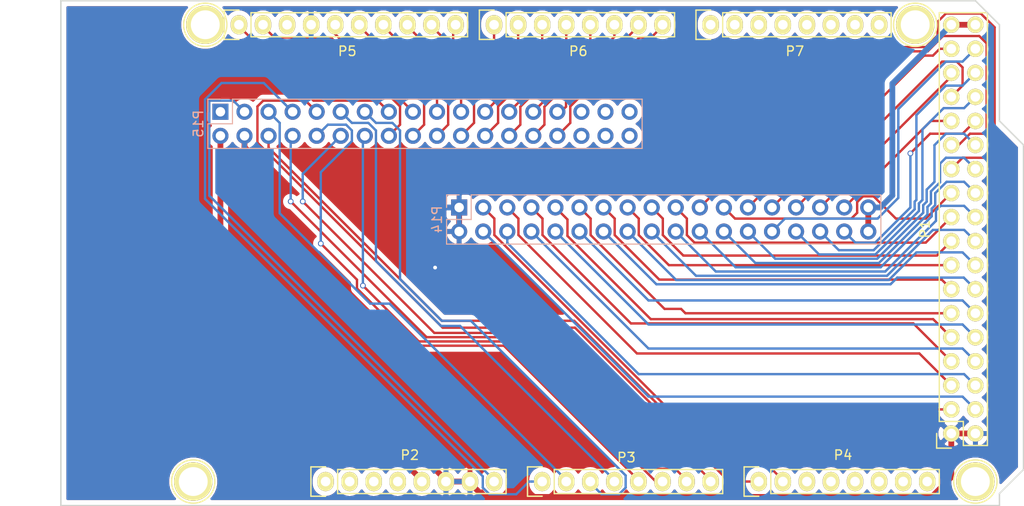
<source format=kicad_pcb>
(kicad_pcb (version 20171130) (host pcbnew "(5.1.4)-1")
  (title_block (date "mar. 31 mars 2015"))
  (layers (0 F.Cu signal) (31 B.Cu signal) (34 B.Paste user) (35 F.Paste user) (36 B.SilkS user) (37 F.SilkS user) (38 B.Mask user) (39 F.Mask user) (44 Edge.Cuts user))
  (net 0 "")
  (net 1 GND)
  (net 2 "/52(SCK)")
  (net 3 "/53(SS)")
  (net 4 "/50(MISO)")
  (net 5 "/51(MOSI)")
  (net 6 /48)
  (net 7 /49)
  (net 8 /46)
  (net 9 /47)
  (net 10 /44)
  (net 11 /45)
  (net 12 /42)
  (net 13 /43)
  (net 14 /40)
  (net 15 /41)
  (net 16 /38)
  (net 17 /39)
  (net 18 /36)
  (net 19 /37)
  (net 20 /34)
  (net 21 /35)
  (net 22 /32)
  (net 23 /33)
  (net 24 /30)
  (net 25 /31)
  (net 26 /28)
  (net 27 /29)
  (net 28 /26)
  (net 29 /27)
  (net 30 /24)
  (net 31 /25)
  (net 32 /22)
  (net 33 /23)
  (net 34 +5V)
  (net 35 /Vin)
  (net 36 /A0)
  (net 37 /A1)
  (net 38 /A2)
  (net 39 /A3)
  (net 40 /A4)
  (net 41 /A5)
  (net 42 /A6)
  (net 43 /A7)
  (net 44 /A8)
  (net 45 /A9)
  (net 46 /SCL)
  (net 47 /SDA)
  (net 48 "/13(**)")
  (net 49 "/12(**)")
  (net 50 "/11(**)")
  (net 51 "/10(**)")
  (net 52 "/9(**)")
  (net 53 "/8(**)")
  (net 54 "/7(**)")
  (net 55 "/6(**)")
  (net 56 "/5(**)")
  (net 57 "/4(**)")
  (net 58 "/3(**)")
  (net 59 "/2(**)")
  (net 60 "Net-(P8-Pad1)")
  (net 61 "Net-(P10-Pad1)")
  (net 62 "Net-(P11-Pad1)")
  (net 63 "Net-(P13-Pad1)")
  (net 64 "Net-(P2-Pad1)")
  (net 65 "/1(Tx0)")
  (net 66 "/0(Rx0)")
  (net 67 "Net-(P2-Pad2)")
  (net 68 "Net-(P2-Pad3)")
  (net 69 "Net-(P2-Pad4)")
  (net 70 "Net-(P4-Pad3)")
  (net 71 "Net-(P4-Pad4)")
  (net 72 "Net-(P4-Pad5)")
  (net 73 "Net-(P4-Pad6)")
  (net 74 "Net-(P4-Pad7)")
  (net 75 "Net-(P4-Pad8)")
  (net 76 "Net-(P5-Pad3)")
  (net 77 "Net-(P7-Pad1)")
  (net 78 "Net-(P7-Pad2)")
  (net 79 "Net-(P7-Pad3)")
  (net 80 "Net-(P7-Pad4)")
  (net 81 "Net-(P7-Pad5)")
  (net 82 "Net-(P7-Pad6)")
  (net 83 "Net-(P7-Pad7)")
  (net 84 "Net-(P7-Pad8)")
  (net 85 "Net-(P15-Pad36)")
  (net 86 "Net-(P15-Pad35)")
  (net 87 "Net-(P15-Pad34)")
  (net 88 "Net-(P15-Pad33)")
  (net 89 "Net-(P15-Pad32)")
  (net 90 "Net-(P15-Pad31)")
  (net 91 "Net-(P15-Pad1)")
  (module Socket_Arduino_Mega:Socket_Strip_Arduino_2x18 (layer F.Cu) (at 197.358 114.046 90)
    (fp_text reference P1 (at 21.59 -2.794 90) (layer F.SilkS))
    (fp_text value Digital)
    (pad 1 thru_hole circle (at 0 0 90) (size 1.7272 1.7272) (drill 1.016) (layers *.Cu *.Mask F.SilkS) (net 1 GND))
    (pad 2 thru_hole oval (at 0 2.54 90) (size 1.7272 1.7272) (drill 1.016) (layers *.Cu *.Mask F.SilkS) (net 1 GND))
    (pad 3 thru_hole oval (at 2.54 0 90) (size 1.7272 1.7272) (drill 1.016) (layers *.Cu *.Mask F.SilkS) (net 2 "/52(SCK)"))
    (pad 4 thru_hole oval (at 2.54 2.54 90) (size 1.7272 1.7272) (drill 1.016) (layers *.Cu *.Mask F.SilkS) (net 3 "/53(SS)"))
    (pad 5 thru_hole oval (at 5.08 0 90) (size 1.7272 1.7272) (drill 1.016) (layers *.Cu *.Mask F.SilkS) (net 4 "/50(MISO)"))
    (pad 6 thru_hole oval (at 5.08 2.54 90) (size 1.7272 1.7272) (drill 1.016) (layers *.Cu *.Mask F.SilkS) (net 5 "/51(MOSI)"))
    (pad 7 thru_hole oval (at 7.62 0 90) (size 1.7272 1.7272) (drill 1.016) (layers *.Cu *.Mask F.SilkS) (net 6 /48))
    (pad 8 thru_hole oval (at 7.62 2.54 90) (size 1.7272 1.7272) (drill 1.016) (layers *.Cu *.Mask F.SilkS) (net 7 /49))
    (pad 9 thru_hole oval (at 10.16 0 90) (size 1.7272 1.7272) (drill 1.016) (layers *.Cu *.Mask F.SilkS) (net 8 /46))
    (pad 10 thru_hole oval (at 10.16 2.54 90) (size 1.7272 1.7272) (drill 1.016) (layers *.Cu *.Mask F.SilkS) (net 9 /47))
    (pad 11 thru_hole oval (at 12.7 0 90) (size 1.7272 1.7272) (drill 1.016) (layers *.Cu *.Mask F.SilkS) (net 10 /44))
    (pad 12 thru_hole oval (at 12.7 2.54 90) (size 1.7272 1.7272) (drill 1.016) (layers *.Cu *.Mask F.SilkS) (net 11 /45))
    (pad 13 thru_hole oval (at 15.24 0 90) (size 1.7272 1.7272) (drill 1.016) (layers *.Cu *.Mask F.SilkS) (net 12 /42))
    (pad 14 thru_hole oval (at 15.24 2.54 90) (size 1.7272 1.7272) (drill 1.016) (layers *.Cu *.Mask F.SilkS) (net 13 /43))
    (pad 15 thru_hole oval (at 17.78 0 90) (size 1.7272 1.7272) (drill 1.016) (layers *.Cu *.Mask F.SilkS) (net 14 /40))
    (pad 16 thru_hole oval (at 17.78 2.54 90) (size 1.7272 1.7272) (drill 1.016) (layers *.Cu *.Mask F.SilkS) (net 15 /41))
    (pad 17 thru_hole oval (at 20.32 0 90) (size 1.7272 1.7272) (drill 1.016) (layers *.Cu *.Mask F.SilkS) (net 16 /38))
    (pad 18 thru_hole oval (at 20.32 2.54 90) (size 1.7272 1.7272) (drill 1.016) (layers *.Cu *.Mask F.SilkS) (net 17 /39))
    (pad 19 thru_hole oval (at 22.86 0 90) (size 1.7272 1.7272) (drill 1.016) (layers *.Cu *.Mask F.SilkS) (net 18 /36))
    (pad 20 thru_hole oval (at 22.86 2.54 90) (size 1.7272 1.7272) (drill 1.016) (layers *.Cu *.Mask F.SilkS) (net 19 /37))
    (pad 21 thru_hole oval (at 25.4 0 90) (size 1.7272 1.7272) (drill 1.016) (layers *.Cu *.Mask F.SilkS) (net 20 /34))
    (pad 22 thru_hole oval (at 25.4 2.54 90) (size 1.7272 1.7272) (drill 1.016) (layers *.Cu *.Mask F.SilkS) (net 21 /35))
    (pad 23 thru_hole oval (at 27.94 0 90) (size 1.7272 1.7272) (drill 1.016) (layers *.Cu *.Mask F.SilkS) (net 22 /32))
    (pad 24 thru_hole oval (at 27.94 2.54 90) (size 1.7272 1.7272) (drill 1.016) (layers *.Cu *.Mask F.SilkS) (net 23 /33))
    (pad 25 thru_hole oval (at 30.48 0 90) (size 1.7272 1.7272) (drill 1.016) (layers *.Cu *.Mask F.SilkS) (net 24 /30))
    (pad 26 thru_hole oval (at 30.48 2.54 90) (size 1.7272 1.7272) (drill 1.016) (layers *.Cu *.Mask F.SilkS) (net 25 /31))
    (pad 27 thru_hole oval (at 33.02 0 90) (size 1.7272 1.7272) (drill 1.016) (layers *.Cu *.Mask F.SilkS) (net 26 /28))
    (pad 28 thru_hole oval (at 33.02 2.54 90) (size 1.7272 1.7272) (drill 1.016) (layers *.Cu *.Mask F.SilkS) (net 27 /29))
    (pad 29 thru_hole oval (at 35.56 0 90) (size 1.7272 1.7272) (drill 1.016) (layers *.Cu *.Mask F.SilkS) (net 28 /26))
    (pad 30 thru_hole oval (at 35.56 2.54 90) (size 1.7272 1.7272) (drill 1.016) (layers *.Cu *.Mask F.SilkS) (net 29 /27))
    (pad 31 thru_hole oval (at 38.1 0 90) (size 1.7272 1.7272) (drill 1.016) (layers *.Cu *.Mask F.SilkS) (net 30 /24))
    (pad 32 thru_hole oval (at 38.1 2.54 90) (size 1.7272 1.7272) (drill 1.016) (layers *.Cu *.Mask F.SilkS) (net 31 /25))
    (pad 33 thru_hole oval (at 40.64 0 90) (size 1.7272 1.7272) (drill 1.016) (layers *.Cu *.Mask F.SilkS) (net 32 /22))
    (pad 34 thru_hole oval (at 40.64 2.54 90) (size 1.7272 1.7272) (drill 1.016) (layers *.Cu *.Mask F.SilkS) (net 33 /23))
    (pad 35 thru_hole oval (at 43.18 0 90) (size 1.7272 1.7272) (drill 1.016) (layers *.Cu *.Mask F.SilkS) (net 34 +5V))
    (pad 36 thru_hole oval (at 43.18 2.54 90) (size 1.7272 1.7272) (drill 1.016) (layers *.Cu *.Mask F.SilkS) (net 34 +5V))
  )
  (module Socket_Arduino_Mega:Socket_Strip_Arduino_1x08 (layer F.Cu) (at 131.318 119.126)
    (fp_text reference P2 (at 8.89 -2.794) (layer F.SilkS))
    (fp_text value Power)
    (pad 1 thru_hole oval (at 0 0) (size 1.7272 2.032) (drill 1.016) (layers *.Cu *.Mask F.SilkS) (net 64 "Net-(P2-Pad1)"))
    (pad 2 thru_hole oval (at 2.54 0) (size 1.7272 2.032) (drill 1.016) (layers *.Cu *.Mask F.SilkS) (net 67 "Net-(P2-Pad2)"))
    (pad 3 thru_hole oval (at 5.08 0) (size 1.7272 2.032) (drill 1.016) (layers *.Cu *.Mask F.SilkS) (net 68 "Net-(P2-Pad3)"))
    (pad 4 thru_hole oval (at 7.62 0) (size 1.7272 2.032) (drill 1.016) (layers *.Cu *.Mask F.SilkS) (net 69 "Net-(P2-Pad4)"))
    (pad 5 thru_hole oval (at 10.16 0) (size 1.7272 2.032) (drill 1.016) (layers *.Cu *.Mask F.SilkS) (net 34 +5V))
    (pad 6 thru_hole oval (at 12.7 0) (size 1.7272 2.032) (drill 1.016) (layers *.Cu *.Mask F.SilkS) (net 1 GND))
    (pad 7 thru_hole oval (at 15.24 0) (size 1.7272 2.032) (drill 1.016) (layers *.Cu *.Mask F.SilkS) (net 1 GND))
    (pad 8 thru_hole oval (at 17.78 0) (size 1.7272 2.032) (drill 1.016) (layers *.Cu *.Mask F.SilkS) (net 35 /Vin))
  )
  (module Socket_Arduino_Mega:Socket_Strip_Arduino_1x08 (layer F.Cu) (at 154.178 119.126)
    (fp_text reference P3 (at 8.89 -2.54) (layer F.SilkS))
    (fp_text value Analog)
    (pad 1 thru_hole oval (at 0 0) (size 1.7272 2.032) (drill 1.016) (layers *.Cu *.Mask F.SilkS) (net 36 /A0))
    (pad 2 thru_hole oval (at 2.54 0) (size 1.7272 2.032) (drill 1.016) (layers *.Cu *.Mask F.SilkS) (net 37 /A1))
    (pad 3 thru_hole oval (at 5.08 0) (size 1.7272 2.032) (drill 1.016) (layers *.Cu *.Mask F.SilkS) (net 38 /A2))
    (pad 4 thru_hole oval (at 7.62 0) (size 1.7272 2.032) (drill 1.016) (layers *.Cu *.Mask F.SilkS) (net 39 /A3))
    (pad 5 thru_hole oval (at 10.16 0) (size 1.7272 2.032) (drill 1.016) (layers *.Cu *.Mask F.SilkS) (net 40 /A4))
    (pad 6 thru_hole oval (at 12.7 0) (size 1.7272 2.032) (drill 1.016) (layers *.Cu *.Mask F.SilkS) (net 41 /A5))
    (pad 7 thru_hole oval (at 15.24 0) (size 1.7272 2.032) (drill 1.016) (layers *.Cu *.Mask F.SilkS) (net 42 /A6))
    (pad 8 thru_hole oval (at 17.78 0) (size 1.7272 2.032) (drill 1.016) (layers *.Cu *.Mask F.SilkS) (net 43 /A7))
  )
  (module Socket_Arduino_Mega:Socket_Strip_Arduino_1x08 (layer F.Cu) (at 177.038 119.126)
    (fp_text reference P4 (at 8.89 -2.794) (layer F.SilkS))
    (fp_text value Analog)
    (pad 1 thru_hole oval (at 0 0) (size 1.7272 2.032) (drill 1.016) (layers *.Cu *.Mask F.SilkS) (net 44 /A8))
    (pad 2 thru_hole oval (at 2.54 0) (size 1.7272 2.032) (drill 1.016) (layers *.Cu *.Mask F.SilkS) (net 45 /A9))
    (pad 3 thru_hole oval (at 5.08 0) (size 1.7272 2.032) (drill 1.016) (layers *.Cu *.Mask F.SilkS) (net 70 "Net-(P4-Pad3)"))
    (pad 4 thru_hole oval (at 7.62 0) (size 1.7272 2.032) (drill 1.016) (layers *.Cu *.Mask F.SilkS) (net 71 "Net-(P4-Pad4)"))
    (pad 5 thru_hole oval (at 10.16 0) (size 1.7272 2.032) (drill 1.016) (layers *.Cu *.Mask F.SilkS) (net 72 "Net-(P4-Pad5)"))
    (pad 6 thru_hole oval (at 12.7 0) (size 1.7272 2.032) (drill 1.016) (layers *.Cu *.Mask F.SilkS) (net 73 "Net-(P4-Pad6)"))
    (pad 7 thru_hole oval (at 15.24 0) (size 1.7272 2.032) (drill 1.016) (layers *.Cu *.Mask F.SilkS) (net 74 "Net-(P4-Pad7)"))
    (pad 8 thru_hole oval (at 17.78 0) (size 1.7272 2.032) (drill 1.016) (layers *.Cu *.Mask F.SilkS) (net 75 "Net-(P4-Pad8)"))
  )
  (module Socket_Arduino_Mega:Socket_Strip_Arduino_1x10 (layer F.Cu) (at 122.174 70.866)
    (fp_text reference P5 (at 11.43 2.794) (layer F.SilkS))
    (fp_text value PWM)
    (pad 1 thru_hole oval (at 0 0) (size 1.7272 2.032) (drill 1.016) (layers *.Cu *.Mask F.SilkS) (net 46 /SCL))
    (pad 2 thru_hole oval (at 2.54 0) (size 1.7272 2.032) (drill 1.016) (layers *.Cu *.Mask F.SilkS) (net 47 /SDA))
    (pad 3 thru_hole oval (at 5.08 0) (size 1.7272 2.032) (drill 1.016) (layers *.Cu *.Mask F.SilkS) (net 76 "Net-(P5-Pad3)"))
    (pad 4 thru_hole oval (at 7.62 0) (size 1.7272 2.032) (drill 1.016) (layers *.Cu *.Mask F.SilkS) (net 1 GND))
    (pad 5 thru_hole oval (at 10.16 0) (size 1.7272 2.032) (drill 1.016) (layers *.Cu *.Mask F.SilkS) (net 48 "/13(**)"))
    (pad 6 thru_hole oval (at 12.7 0) (size 1.7272 2.032) (drill 1.016) (layers *.Cu *.Mask F.SilkS) (net 49 "/12(**)"))
    (pad 7 thru_hole oval (at 15.24 0) (size 1.7272 2.032) (drill 1.016) (layers *.Cu *.Mask F.SilkS) (net 50 "/11(**)"))
    (pad 8 thru_hole oval (at 17.78 0) (size 1.7272 2.032) (drill 1.016) (layers *.Cu *.Mask F.SilkS) (net 51 "/10(**)"))
    (pad 9 thru_hole oval (at 20.32 0) (size 1.7272 2.032) (drill 1.016) (layers *.Cu *.Mask F.SilkS) (net 52 "/9(**)"))
    (pad 10 thru_hole oval (at 22.86 0) (size 1.7272 2.032) (drill 1.016) (layers *.Cu *.Mask F.SilkS) (net 53 "/8(**)"))
  )
  (module Socket_Arduino_Mega:Socket_Strip_Arduino_1x08 (layer F.Cu) (at 149.098 70.866)
    (fp_text reference P6 (at 8.89 2.794) (layer F.SilkS))
    (fp_text value PWM)
    (pad 1 thru_hole oval (at 0 0) (size 1.7272 2.032) (drill 1.016) (layers *.Cu *.Mask F.SilkS) (net 54 "/7(**)"))
    (pad 2 thru_hole oval (at 2.54 0) (size 1.7272 2.032) (drill 1.016) (layers *.Cu *.Mask F.SilkS) (net 55 "/6(**)"))
    (pad 3 thru_hole oval (at 5.08 0) (size 1.7272 2.032) (drill 1.016) (layers *.Cu *.Mask F.SilkS) (net 56 "/5(**)"))
    (pad 4 thru_hole oval (at 7.62 0) (size 1.7272 2.032) (drill 1.016) (layers *.Cu *.Mask F.SilkS) (net 57 "/4(**)"))
    (pad 5 thru_hole oval (at 10.16 0) (size 1.7272 2.032) (drill 1.016) (layers *.Cu *.Mask F.SilkS) (net 58 "/3(**)"))
    (pad 6 thru_hole oval (at 12.7 0) (size 1.7272 2.032) (drill 1.016) (layers *.Cu *.Mask F.SilkS) (net 59 "/2(**)"))
    (pad 7 thru_hole oval (at 15.24 0) (size 1.7272 2.032) (drill 1.016) (layers *.Cu *.Mask F.SilkS) (net 65 "/1(Tx0)"))
    (pad 8 thru_hole oval (at 17.78 0) (size 1.7272 2.032) (drill 1.016) (layers *.Cu *.Mask F.SilkS) (net 66 "/0(Rx0)"))
  )
  (module Socket_Arduino_Mega:Socket_Strip_Arduino_1x08 (layer F.Cu) (at 171.958 70.866)
    (fp_text reference P7 (at 8.89 2.794) (layer F.SilkS))
    (fp_text value Communication)
    (pad 1 thru_hole oval (at 0 0) (size 1.7272 2.032) (drill 1.016) (layers *.Cu *.Mask F.SilkS) (net 77 "Net-(P7-Pad1)"))
    (pad 2 thru_hole oval (at 2.54 0) (size 1.7272 2.032) (drill 1.016) (layers *.Cu *.Mask F.SilkS) (net 78 "Net-(P7-Pad2)"))
    (pad 3 thru_hole oval (at 5.08 0) (size 1.7272 2.032) (drill 1.016) (layers *.Cu *.Mask F.SilkS) (net 79 "Net-(P7-Pad3)"))
    (pad 4 thru_hole oval (at 7.62 0) (size 1.7272 2.032) (drill 1.016) (layers *.Cu *.Mask F.SilkS) (net 80 "Net-(P7-Pad4)"))
    (pad 5 thru_hole oval (at 10.16 0) (size 1.7272 2.032) (drill 1.016) (layers *.Cu *.Mask F.SilkS) (net 81 "Net-(P7-Pad5)"))
    (pad 6 thru_hole oval (at 12.7 0) (size 1.7272 2.032) (drill 1.016) (layers *.Cu *.Mask F.SilkS) (net 82 "Net-(P7-Pad6)"))
    (pad 7 thru_hole oval (at 15.24 0) (size 1.7272 2.032) (drill 1.016) (layers *.Cu *.Mask F.SilkS) (net 83 "Net-(P7-Pad7)"))
    (pad 8 thru_hole oval (at 17.78 0) (size 1.7272 2.032) (drill 1.016) (layers *.Cu *.Mask F.SilkS) (net 84 "Net-(P7-Pad8)"))
  )
  (module Socket_Arduino_Mega:Arduino_1pin (layer F.Cu) (at 117.348 119.126)
    (fp_text reference P8 hide)
    (fp_text value CONN_01X01 hide)
    (pad 1 thru_hole circle (at 0 0) (size 4.064 4.064) (drill 3.048) (layers *.Cu *.Mask F.SilkS) (net 60 "Net-(P8-Pad1)"))
  )
  (module Socket_Arduino_Mega:Arduino_1pin (layer F.Cu) (at 199.898 119.126)
    (fp_text reference P10 hide)
    (fp_text value CONN_01X01 hide)
    (pad 1 thru_hole circle (at 0 0) (size 4.064 4.064) (drill 3.048) (layers *.Cu *.Mask F.SilkS) (net 61 "Net-(P10-Pad1)"))
  )
  (module Socket_Arduino_Mega:Arduino_1pin (layer F.Cu) (at 118.618 70.866)
    (fp_text reference P11 hide)
    (fp_text value CONN_01X01 hide)
    (pad 1 thru_hole circle (at 0 0) (size 4.064 4.064) (drill 3.048) (layers *.Cu *.Mask F.SilkS) (net 62 "Net-(P11-Pad1)"))
  )
  (module Socket_Arduino_Mega:Arduino_1pin (layer F.Cu) (at 193.548 70.866)
    (fp_text reference P13 hide)
    (fp_text value CONN_01X01 hide)
    (pad 1 thru_hole circle (at 0 0) (size 4.064 4.064) (drill 3.048) (layers *.Cu *.Mask F.SilkS) (net 63 "Net-(P13-Pad1)"))
  )
  (module Connector_PinHeader_2.54mm:PinHeader_2x18_P2.54mm_Vertical (layer B.Cu) (at 145.415 90.17 270)
    (fp_text reference P14 (at 1.27 2.33 270) (layer B.SilkS) (effects (justify mirror)))
    (fp_text value "MEGA CONN 2")
    (pad 1 thru_hole rect (at 0 0 270) (size 1.7 1.7) (drill 1) (layers *.Cu *.Mask) (net 1 GND))
    (pad 2 thru_hole oval (at 2.54 0 270) (size 1.7 1.7) (drill 1) (layers *.Cu *.Mask) (net 1 GND))
    (pad 3 thru_hole oval (at 0 -2.54 270) (size 1.7 1.7) (drill 1) (layers *.Cu *.Mask) (net 2 "/52(SCK)"))
    (pad 4 thru_hole oval (at 2.54 -2.54 270) (size 1.7 1.7) (drill 1) (layers *.Cu *.Mask) (net 3 "/53(SS)"))
    (pad 5 thru_hole oval (at 0 -5.08 270) (size 1.7 1.7) (drill 1) (layers *.Cu *.Mask) (net 4 "/50(MISO)"))
    (pad 6 thru_hole oval (at 2.54 -5.08 270) (size 1.7 1.7) (drill 1) (layers *.Cu *.Mask) (net 5 "/51(MOSI)"))
    (pad 7 thru_hole oval (at 0 -7.62 270) (size 1.7 1.7) (drill 1) (layers *.Cu *.Mask) (net 6 /48))
    (pad 8 thru_hole oval (at 2.54 -7.62 270) (size 1.7 1.7) (drill 1) (layers *.Cu *.Mask) (net 7 /49))
    (pad 9 thru_hole oval (at 0 -10.16 270) (size 1.7 1.7) (drill 1) (layers *.Cu *.Mask) (net 8 /46))
    (pad 10 thru_hole oval (at 2.54 -10.16 270) (size 1.7 1.7) (drill 1) (layers *.Cu *.Mask) (net 9 /47))
    (pad 11 thru_hole oval (at 0 -12.7 270) (size 1.7 1.7) (drill 1) (layers *.Cu *.Mask) (net 10 /44))
    (pad 12 thru_hole oval (at 2.54 -12.7 270) (size 1.7 1.7) (drill 1) (layers *.Cu *.Mask) (net 11 /45))
    (pad 13 thru_hole oval (at 0 -15.24 270) (size 1.7 1.7) (drill 1) (layers *.Cu *.Mask) (net 12 /42))
    (pad 14 thru_hole oval (at 2.54 -15.24 270) (size 1.7 1.7) (drill 1) (layers *.Cu *.Mask) (net 13 /43))
    (pad 15 thru_hole oval (at 0 -17.78 270) (size 1.7 1.7) (drill 1) (layers *.Cu *.Mask) (net 14 /40))
    (pad 16 thru_hole oval (at 2.54 -17.78 270) (size 1.7 1.7) (drill 1) (layers *.Cu *.Mask) (net 15 /41))
    (pad 17 thru_hole oval (at 0 -20.32 270) (size 1.7 1.7) (drill 1) (layers *.Cu *.Mask) (net 16 /38))
    (pad 18 thru_hole oval (at 2.54 -20.32 270) (size 1.7 1.7) (drill 1) (layers *.Cu *.Mask) (net 17 /39))
    (pad 19 thru_hole oval (at 0 -22.86 270) (size 1.7 1.7) (drill 1) (layers *.Cu *.Mask) (net 18 /36))
    (pad 20 thru_hole oval (at 2.54 -22.86 270) (size 1.7 1.7) (drill 1) (layers *.Cu *.Mask) (net 19 /37))
    (pad 21 thru_hole oval (at 0 -25.4 270) (size 1.7 1.7) (drill 1) (layers *.Cu *.Mask) (net 22 /32))
    (pad 22 thru_hole oval (at 2.54 -25.4 270) (size 1.7 1.7) (drill 1) (layers *.Cu *.Mask) (net 21 /35))
    (pad 23 thru_hole oval (at 0 -27.94 270) (size 1.7 1.7) (drill 1) (layers *.Cu *.Mask) (net 20 /34))
    (pad 24 thru_hole oval (at 2.54 -27.94 270) (size 1.7 1.7) (drill 1) (layers *.Cu *.Mask) (net 23 /33))
    (pad 25 thru_hole oval (at 0 -30.48 270) (size 1.7 1.7) (drill 1) (layers *.Cu *.Mask) (net 24 /30))
    (pad 26 thru_hole oval (at 2.54 -30.48 270) (size 1.7 1.7) (drill 1) (layers *.Cu *.Mask) (net 25 /31))
    (pad 27 thru_hole oval (at 0 -33.02 270) (size 1.7 1.7) (drill 1) (layers *.Cu *.Mask) (net 32 /22))
    (pad 28 thru_hole oval (at 2.54 -33.02 270) (size 1.7 1.7) (drill 1) (layers *.Cu *.Mask) (net 33 /23))
    (pad 29 thru_hole oval (at 0 -35.56 270) (size 1.7 1.7) (drill 1) (layers *.Cu *.Mask) (net 28 /26))
    (pad 30 thru_hole oval (at 2.54 -35.56 270) (size 1.7 1.7) (drill 1) (layers *.Cu *.Mask) (net 29 /27))
    (pad 31 thru_hole oval (at 0 -38.1 270) (size 1.7 1.7) (drill 1) (layers *.Cu *.Mask) (net 30 /24))
    (pad 32 thru_hole oval (at 2.54 -38.1 270) (size 1.7 1.7) (drill 1) (layers *.Cu *.Mask) (net 31 /25))
    (pad 33 thru_hole oval (at 0 -40.64 270) (size 1.7 1.7) (drill 1) (layers *.Cu *.Mask) (net 26 /28))
    (pad 34 thru_hole oval (at 2.54 -40.64 270) (size 1.7 1.7) (drill 1) (layers *.Cu *.Mask) (net 27 /29))
    (pad 35 thru_hole oval (at 0 -43.18 270) (size 1.7 1.7) (drill 1) (layers *.Cu *.Mask) (net 34 +5V))
    (pad 36 thru_hole oval (at 2.54 -43.18 270) (size 1.7 1.7) (drill 1) (layers *.Cu *.Mask) (net 34 +5V))
  )
  (module Connector_PinHeader_2.54mm:PinHeader_2x18_P2.54mm_Vertical (layer B.Cu) (at 120.2182 80.0608 270)
    (fp_text reference P15 (at 1.27 2.33 270) (layer B.SilkS) (effects (justify mirror)))
    (fp_text value "MEGA CONN 1")
    (pad 36 thru_hole oval (at 2.54 -43.18 270) (size 1.7 1.7) (drill 1) (layers *.Cu *.Mask) (net 85 "Net-(P15-Pad36)"))
    (pad 35 thru_hole oval (at 0 -43.18 270) (size 1.7 1.7) (drill 1) (layers *.Cu *.Mask) (net 86 "Net-(P15-Pad35)"))
    (pad 34 thru_hole oval (at 2.54 -40.64 270) (size 1.7 1.7) (drill 1) (layers *.Cu *.Mask) (net 87 "Net-(P15-Pad34)"))
    (pad 33 thru_hole oval (at 0 -40.64 270) (size 1.7 1.7) (drill 1) (layers *.Cu *.Mask) (net 88 "Net-(P15-Pad33)"))
    (pad 32 thru_hole oval (at 2.54 -38.1 270) (size 1.7 1.7) (drill 1) (layers *.Cu *.Mask) (net 89 "Net-(P15-Pad32)"))
    (pad 31 thru_hole oval (at 0 -38.1 270) (size 1.7 1.7) (drill 1) (layers *.Cu *.Mask) (net 90 "Net-(P15-Pad31)"))
    (pad 30 thru_hole oval (at 2.54 -35.56 270) (size 1.7 1.7) (drill 1) (layers *.Cu *.Mask) (net 66 "/0(Rx0)"))
    (pad 29 thru_hole oval (at 0 -35.56 270) (size 1.7 1.7) (drill 1) (layers *.Cu *.Mask) (net 65 "/1(Tx0)"))
    (pad 28 thru_hole oval (at 2.54 -33.02 270) (size 1.7 1.7) (drill 1) (layers *.Cu *.Mask) (net 59 "/2(**)"))
    (pad 27 thru_hole oval (at 0 -33.02 270) (size 1.7 1.7) (drill 1) (layers *.Cu *.Mask) (net 58 "/3(**)"))
    (pad 26 thru_hole oval (at 2.54 -30.48 270) (size 1.7 1.7) (drill 1) (layers *.Cu *.Mask) (net 57 "/4(**)"))
    (pad 25 thru_hole oval (at 0 -30.48 270) (size 1.7 1.7) (drill 1) (layers *.Cu *.Mask) (net 56 "/5(**)"))
    (pad 24 thru_hole oval (at 2.54 -27.94 270) (size 1.7 1.7) (drill 1) (layers *.Cu *.Mask) (net 55 "/6(**)"))
    (pad 23 thru_hole oval (at 0 -27.94 270) (size 1.7 1.7) (drill 1) (layers *.Cu *.Mask) (net 54 "/7(**)"))
    (pad 22 thru_hole oval (at 2.54 -25.4 270) (size 1.7 1.7) (drill 1) (layers *.Cu *.Mask) (net 53 "/8(**)"))
    (pad 21 thru_hole oval (at 0 -25.4 270) (size 1.7 1.7) (drill 1) (layers *.Cu *.Mask) (net 52 "/9(**)"))
    (pad 20 thru_hole oval (at 2.54 -22.86 270) (size 1.7 1.7) (drill 1) (layers *.Cu *.Mask) (net 51 "/10(**)"))
    (pad 19 thru_hole oval (at 0 -22.86 270) (size 1.7 1.7) (drill 1) (layers *.Cu *.Mask) (net 50 "/11(**)"))
    (pad 18 thru_hole oval (at 2.54 -20.32 270) (size 1.7 1.7) (drill 1) (layers *.Cu *.Mask) (net 49 "/12(**)"))
    (pad 17 thru_hole oval (at 0 -20.32 270) (size 1.7 1.7) (drill 1) (layers *.Cu *.Mask) (net 48 "/13(**)"))
    (pad 16 thru_hole oval (at 2.54 -17.78 270) (size 1.7 1.7) (drill 1) (layers *.Cu *.Mask) (net 47 /SDA))
    (pad 15 thru_hole oval (at 0 -17.78 270) (size 1.7 1.7) (drill 1) (layers *.Cu *.Mask) (net 46 /SCL))
    (pad 14 thru_hole oval (at 2.54 -15.24 270) (size 1.7 1.7) (drill 1) (layers *.Cu *.Mask) (net 41 /A5))
    (pad 13 thru_hole oval (at 0 -15.24 270) (size 1.7 1.7) (drill 1) (layers *.Cu *.Mask) (net 38 /A2))
    (pad 12 thru_hole oval (at 2.54 -12.7 270) (size 1.7 1.7) (drill 1) (layers *.Cu *.Mask) (net 43 /A7))
    (pad 11 thru_hole oval (at 0 -12.7 270) (size 1.7 1.7) (drill 1) (layers *.Cu *.Mask) (net 39 /A3))
    (pad 10 thru_hole oval (at 2.54 -10.16 270) (size 1.7 1.7) (drill 1) (layers *.Cu *.Mask) (net 40 /A4))
    (pad 9 thru_hole oval (at 0 -10.16 270) (size 1.7 1.7) (drill 1) (layers *.Cu *.Mask) (net 44 /A8))
    (pad 8 thru_hole oval (at 2.54 -7.62 270) (size 1.7 1.7) (drill 1) (layers *.Cu *.Mask) (net 42 /A6))
    (pad 7 thru_hole oval (at 0 -7.62 270) (size 1.7 1.7) (drill 1) (layers *.Cu *.Mask) (net 36 /A0))
    (pad 6 thru_hole oval (at 2.54 -5.08 270) (size 1.7 1.7) (drill 1) (layers *.Cu *.Mask) (net 45 /A9))
    (pad 5 thru_hole oval (at 0 -5.08 270) (size 1.7 1.7) (drill 1) (layers *.Cu *.Mask) (net 37 /A1))
    (pad 4 thru_hole oval (at 2.54 -2.54 270) (size 1.7 1.7) (drill 1) (layers *.Cu *.Mask) (net 1 GND))
    (pad 3 thru_hole oval (at 0 -2.54 270) (size 1.7 1.7) (drill 1) (layers *.Cu *.Mask) (net 35 /Vin))
    (pad 2 thru_hole oval (at 2.54 0 270) (size 1.7 1.7) (drill 1) (layers *.Cu *.Mask) (net 34 +5V))
    (pad 1 thru_hole rect (at 0 0 270) (size 1.7 1.7) (drill 1) (layers *.Cu *.Mask) (net 91 "Net-(P15-Pad1)"))
  )
  (gr_line (start 202.438 121.666) (end 103.378 121.666) (angle 90) (layer Edge.Cuts) (width 0.15))
  (gr_line (start 202.438 120.396) (end 202.438 121.666) (angle 90) (layer Edge.Cuts) (width 0.15))
  (gr_line (start 204.978 117.856) (end 202.438 120.396) (angle 90) (layer Edge.Cuts) (width 0.15))
  (gr_line (start 204.978 83.566) (end 204.978 117.856) (angle 90) (layer Edge.Cuts) (width 0.15))
  (gr_line (start 202.438 81.026) (end 204.978 83.566) (angle 90) (layer Edge.Cuts) (width 0.15))
  (gr_line (start 202.438 70.866) (end 202.438 81.026) (angle 90) (layer Edge.Cuts) (width 0.15))
  (gr_line (start 199.898 68.326) (end 202.438 70.866) (angle 90) (layer Edge.Cuts) (width 0.15))
  (gr_line (start 103.378 68.326) (end 199.898 68.326) (angle 90) (layer Edge.Cuts) (width 0.15))
  (gr_line (start 103.378 121.666) (end 103.378 68.326) (angle 90) (layer Edge.Cuts) (width 0.15))
  (segment (start 144.018 118.9736) (end 144.018 119.126) (width 0.6096) (layer F.Cu) (net 1))
  (segment (start 126.365 101.3206) (end 144.018 118.9736) (width 0.6096) (layer F.Cu) (net 1))
  (segment (start 126.365 87.409681) (end 126.365 101.3206) (width 0.6096) (layer F.Cu) (net 1))
  (segment (start 122.7582 83.802881) (end 126.365 87.409681) (width 0.6096) (layer F.Cu) (net 1))
  (segment (start 122.7582 82.6008) (end 122.7582 83.802881) (width 0.6096) (layer F.Cu) (net 1))
  (segment (start 144.018 119.126) (end 146.558 119.126) (width 0.6096) (layer F.Cu) (net 1))
  (segment (start 145.415 90.17) (end 145.415 92.71) (width 0.6096) (layer F.Cu) (net 1))
  (segment (start 199.898 114.046) (end 197.358 114.046) (width 0.6096) (layer F.Cu) (net 1))
  (segment (start 146.558 119.2784) (end 146.558 119.126) (width 0.6096) (layer F.Cu) (net 1))
  (segment (start 148.0312 120.7516) (end 146.558 119.2784) (width 0.6096) (layer F.Cu) (net 1))
  (segment (start 195.280023 120.7516) (end 148.0312 120.7516) (width 0.6096) (layer F.Cu) (net 1))
  (segment (start 197.358 118.673623) (end 195.280023 120.7516) (width 0.6096) (layer F.Cu) (net 1))
  (segment (start 197.358 114.046) (end 197.358 118.673623) (width 0.6096) (layer F.Cu) (net 1))
  (segment (start 143.9554 90.17) (end 142.875 91.2504) (width 0.6096) (layer B.Cu) (net 1))
  (segment (start 145.415 90.17) (end 143.9554 90.17) (width 0.6096) (layer B.Cu) (net 1))
  (segment (start 142.875 91.2504) (end 142.875 96.52) (width 0.6096) (layer B.Cu) (net 1))
  (via (at 142.875 96.52) (size 0.6) (drill 0.4) (layers F.Cu B.Cu) (net 1))
  (segment (start 167.551998 111.506) (end 196.136686 111.506) (width 0.25) (layer F.Cu) (net 2))
  (segment (start 149.130001 93.084003) (end 167.551998 111.506) (width 0.25) (layer F.Cu) (net 2))
  (segment (start 149.130001 91.345001) (end 149.130001 93.084003) (width 0.25) (layer F.Cu) (net 2))
  (segment (start 147.955 90.17) (end 149.130001 91.345001) (width 0.25) (layer F.Cu) (net 2))
  (segment (start 196.136686 111.506) (end 197.358 111.506) (width 0.25) (layer F.Cu) (net 2))
  (segment (start 199.034401 110.642401) (end 199.898 111.506) (width 0.25) (layer B.Cu) (net 3))
  (segment (start 198.546601 110.154601) (end 199.034401 110.642401) (width 0.25) (layer B.Cu) (net 3))
  (segment (start 165.399601 110.154601) (end 198.546601 110.154601) (width 0.25) (layer B.Cu) (net 3))
  (segment (start 147.955 92.71) (end 165.399601 110.154601) (width 0.25) (layer B.Cu) (net 3))
  (segment (start 151.670001 93.084003) (end 164.180987 105.594989) (width 0.25) (layer F.Cu) (net 4))
  (segment (start 164.180987 105.594989) (end 193.986989 105.594989) (width 0.25) (layer F.Cu) (net 4))
  (segment (start 193.986989 105.594989) (end 196.494401 108.102401) (width 0.25) (layer F.Cu) (net 4))
  (segment (start 196.494401 108.102401) (end 197.358 108.966) (width 0.25) (layer F.Cu) (net 4))
  (segment (start 151.670001 91.345001) (end 151.670001 93.084003) (width 0.25) (layer F.Cu) (net 4))
  (segment (start 150.495 90.17) (end 151.670001 91.345001) (width 0.25) (layer F.Cu) (net 4))
  (segment (start 199.034401 108.102401) (end 199.898 108.966) (width 0.25) (layer B.Cu) (net 5))
  (segment (start 198.709399 107.777399) (end 199.034401 108.102401) (width 0.25) (layer B.Cu) (net 5))
  (segment (start 164.360318 107.777399) (end 198.709399 107.777399) (width 0.25) (layer B.Cu) (net 5))
  (segment (start 150.495 93.912081) (end 164.360318 107.777399) (width 0.25) (layer B.Cu) (net 5))
  (segment (start 150.495 92.71) (end 150.495 93.912081) (width 0.25) (layer B.Cu) (net 5))
  (segment (start 196.494401 105.562401) (end 197.358 106.426) (width 0.25) (layer F.Cu) (net 6))
  (segment (start 193.351989 102.419989) (end 196.494401 105.562401) (width 0.25) (layer F.Cu) (net 6))
  (segment (start 154.210001 93.084003) (end 163.545987 102.419989) (width 0.25) (layer F.Cu) (net 6))
  (segment (start 153.035 90.17) (end 154.210001 91.345001) (width 0.25) (layer F.Cu) (net 6))
  (segment (start 163.545987 102.419989) (end 193.351989 102.419989) (width 0.25) (layer F.Cu) (net 6))
  (segment (start 154.210001 91.345001) (end 154.210001 93.084003) (width 0.25) (layer F.Cu) (net 6))
  (segment (start 199.034401 105.562401) (end 199.898 106.426) (width 0.25) (layer B.Cu) (net 7))
  (segment (start 198.546601 105.074601) (end 199.034401 105.562401) (width 0.25) (layer B.Cu) (net 7))
  (segment (start 165.399601 105.074601) (end 198.546601 105.074601) (width 0.25) (layer B.Cu) (net 7))
  (segment (start 153.035 92.71) (end 165.399601 105.074601) (width 0.25) (layer B.Cu) (net 7))
  (segment (start 156.845 93.179002) (end 165.635976 101.969978) (width 0.25) (layer F.Cu) (net 8))
  (segment (start 156.845 91.44) (end 156.845 93.179002) (width 0.25) (layer F.Cu) (net 8))
  (segment (start 155.575 90.17) (end 156.845 91.44) (width 0.25) (layer F.Cu) (net 8))
  (segment (start 195.441978 101.969978) (end 196.494401 103.022401) (width 0.25) (layer F.Cu) (net 8))
  (segment (start 196.494401 103.022401) (end 197.358 103.886) (width 0.25) (layer F.Cu) (net 8))
  (segment (start 165.635976 101.969978) (end 195.441978 101.969978) (width 0.25) (layer F.Cu) (net 8))
  (segment (start 199.034401 103.022401) (end 199.898 103.886) (width 0.25) (layer B.Cu) (net 9))
  (segment (start 198.546601 102.534601) (end 199.034401 103.022401) (width 0.25) (layer B.Cu) (net 9))
  (segment (start 165.399601 102.534601) (end 198.546601 102.534601) (width 0.25) (layer B.Cu) (net 9))
  (segment (start 155.575 92.71) (end 165.399601 102.534601) (width 0.25) (layer B.Cu) (net 9))
  (segment (start 167.090965 100.884967) (end 168.8342 100.884967) (width 0.25) (layer F.Cu) (net 10))
  (segment (start 159.290001 91.345001) (end 159.290001 93.084003) (width 0.25) (layer F.Cu) (net 10))
  (segment (start 158.115 90.17) (end 159.290001 91.345001) (width 0.25) (layer F.Cu) (net 10))
  (segment (start 196.136686 101.346) (end 197.358 101.346) (width 0.25) (layer F.Cu) (net 10))
  (segment (start 159.290001 93.084003) (end 167.090965 100.884967) (width 0.25) (layer F.Cu) (net 10))
  (segment (start 169.295232 101.346) (end 196.136686 101.346) (width 0.25) (layer F.Cu) (net 10))
  (segment (start 168.8342 100.884967) (end 169.295232 101.346) (width 0.25) (layer F.Cu) (net 10))
  (segment (start 199.034401 100.482401) (end 199.898 101.346) (width 0.25) (layer B.Cu) (net 11))
  (segment (start 198.546601 99.994601) (end 199.034401 100.482401) (width 0.25) (layer B.Cu) (net 11))
  (segment (start 165.399601 99.994601) (end 198.546601 99.994601) (width 0.25) (layer B.Cu) (net 11))
  (segment (start 158.115 92.71) (end 165.399601 99.994601) (width 0.25) (layer B.Cu) (net 11))
  (segment (start 161.830001 93.084003) (end 166.535998 97.79) (width 0.25) (layer F.Cu) (net 12))
  (segment (start 160.655 90.17) (end 161.830001 91.345001) (width 0.25) (layer F.Cu) (net 12))
  (segment (start 161.830001 91.345001) (end 161.830001 93.084003) (width 0.25) (layer F.Cu) (net 12))
  (segment (start 196.342 97.79) (end 197.358 98.806) (width 0.25) (layer F.Cu) (net 12))
  (segment (start 166.535998 97.79) (end 196.342 97.79) (width 0.25) (layer F.Cu) (net 12))
  (segment (start 166.230093 98.285093) (end 190.94539 98.285093) (width 0.25) (layer B.Cu) (net 13))
  (segment (start 191.650397 97.580086) (end 198.672086 97.580086) (width 0.25) (layer B.Cu) (net 13))
  (segment (start 190.94539 98.285093) (end 191.650397 97.580086) (width 0.25) (layer B.Cu) (net 13))
  (segment (start 199.034401 97.942401) (end 199.898 98.806) (width 0.25) (layer B.Cu) (net 13))
  (segment (start 198.672086 97.580086) (end 199.034401 97.942401) (width 0.25) (layer B.Cu) (net 13))
  (segment (start 160.655 92.71) (end 166.230093 98.285093) (width 0.25) (layer B.Cu) (net 13))
  (segment (start 196.136686 96.266) (end 197.358 96.266) (width 0.25) (layer F.Cu) (net 14))
  (segment (start 167.551998 96.266) (end 196.136686 96.266) (width 0.25) (layer F.Cu) (net 14))
  (segment (start 164.370001 93.084003) (end 167.551998 96.266) (width 0.25) (layer F.Cu) (net 14))
  (segment (start 164.370001 91.345001) (end 164.370001 93.084003) (width 0.25) (layer F.Cu) (net 14))
  (segment (start 163.195 90.17) (end 164.370001 91.345001) (width 0.25) (layer F.Cu) (net 14))
  (segment (start 168.320082 97.835082) (end 190.758991 97.835082) (width 0.25) (layer B.Cu) (net 15))
  (segment (start 193.679472 94.914601) (end 198.546601 94.914601) (width 0.25) (layer B.Cu) (net 15))
  (segment (start 163.195 92.71) (end 168.320082 97.835082) (width 0.25) (layer B.Cu) (net 15))
  (segment (start 199.034401 95.402401) (end 199.898 96.266) (width 0.25) (layer B.Cu) (net 15))
  (segment (start 190.758991 97.835082) (end 193.679472 94.914601) (width 0.25) (layer B.Cu) (net 15))
  (segment (start 198.546601 94.914601) (end 199.034401 95.402401) (width 0.25) (layer B.Cu) (net 15))
  (segment (start 166.910001 93.084003) (end 169.075998 95.25) (width 0.25) (layer F.Cu) (net 16))
  (segment (start 165.735 90.17) (end 166.910001 91.345001) (width 0.25) (layer F.Cu) (net 16))
  (segment (start 166.910001 91.345001) (end 166.910001 93.084003) (width 0.25) (layer F.Cu) (net 16))
  (segment (start 195.834 95.25) (end 197.358 93.726) (width 0.25) (layer F.Cu) (net 16))
  (segment (start 169.075998 95.25) (end 195.834 95.25) (width 0.25) (layer F.Cu) (net 16))
  (segment (start 199.034401 92.862401) (end 199.898 93.726) (width 0.25) (layer B.Cu) (net 17))
  (segment (start 170.410071 97.385071) (end 190.572591 97.385071) (width 0.25) (layer B.Cu) (net 17))
  (segment (start 165.735 92.71) (end 170.410071 97.385071) (width 0.25) (layer B.Cu) (net 17))
  (segment (start 195.420263 92.537399) (end 198.709399 92.537399) (width 0.25) (layer B.Cu) (net 17))
  (segment (start 198.709399 92.537399) (end 199.034401 92.862401) (width 0.25) (layer B.Cu) (net 17))
  (segment (start 190.572591 97.385071) (end 195.420263 92.537399) (width 0.25) (layer B.Cu) (net 17))
  (segment (start 196.494401 92.049599) (end 197.358 91.186) (width 0.25) (layer F.Cu) (net 18))
  (segment (start 194.658999 93.885001) (end 196.494401 92.049599) (width 0.25) (layer F.Cu) (net 18))
  (segment (start 170.250999 93.885001) (end 194.658999 93.885001) (width 0.25) (layer F.Cu) (net 18))
  (segment (start 169.450001 93.084003) (end 170.250999 93.885001) (width 0.25) (layer F.Cu) (net 18))
  (segment (start 169.450001 91.345001) (end 169.450001 93.084003) (width 0.25) (layer F.Cu) (net 18))
  (segment (start 168.275 90.17) (end 169.450001 91.345001) (width 0.25) (layer F.Cu) (net 18))
  (segment (start 196.228658 89.997399) (end 198.709399 89.997399) (width 0.25) (layer B.Cu) (net 19))
  (segment (start 190.386191 96.93506) (end 195.740066 91.581185) (width 0.25) (layer B.Cu) (net 19))
  (segment (start 195.740066 91.581185) (end 195.740066 90.48599) (width 0.25) (layer B.Cu) (net 19))
  (segment (start 199.034401 90.322401) (end 199.898 91.186) (width 0.25) (layer B.Cu) (net 19))
  (segment (start 195.740066 90.48599) (end 196.228658 89.997399) (width 0.25) (layer B.Cu) (net 19))
  (segment (start 198.709399 89.997399) (end 199.034401 90.322401) (width 0.25) (layer B.Cu) (net 19))
  (segment (start 172.50006 96.93506) (end 190.386191 96.93506) (width 0.25) (layer B.Cu) (net 19))
  (segment (start 168.275 92.71) (end 172.50006 96.93506) (width 0.25) (layer B.Cu) (net 19))
  (segment (start 173.355 90.17) (end 174.530001 91.345001) (width 0.25) (layer F.Cu) (net 20))
  (segment (start 174.530001 91.345001) (end 186.808999 91.345001) (width 0.25) (layer F.Cu) (net 20))
  (segment (start 186.808999 91.345001) (end 187.419999 90.734001) (width 0.25) (layer F.Cu) (net 20))
  (segment (start 188.030999 88.994999) (end 189.159001 88.994999) (width 0.25) (layer F.Cu) (net 20))
  (segment (start 191.509003 91.345001) (end 194.658999 91.345001) (width 0.25) (layer F.Cu) (net 20))
  (segment (start 196.494401 89.509599) (end 197.358 88.646) (width 0.25) (layer F.Cu) (net 20))
  (segment (start 194.658999 91.345001) (end 196.494401 89.509599) (width 0.25) (layer F.Cu) (net 20))
  (segment (start 189.159001 88.994999) (end 191.509003 91.345001) (width 0.25) (layer F.Cu) (net 20))
  (segment (start 187.419999 89.605999) (end 188.030999 88.994999) (width 0.25) (layer F.Cu) (net 20))
  (segment (start 187.419999 90.734001) (end 187.419999 89.605999) (width 0.25) (layer F.Cu) (net 20))
  (segment (start 174.590049 96.485049) (end 189.907006 96.485049) (width 0.25) (layer B.Cu) (net 21))
  (segment (start 199.034401 87.782401) (end 199.898 88.646) (width 0.25) (layer B.Cu) (net 21))
  (segment (start 170.815 92.71) (end 174.590049 96.485049) (width 0.25) (layer B.Cu) (net 21))
  (segment (start 198.709399 87.457399) (end 199.034401 87.782401) (width 0.25) (layer B.Cu) (net 21))
  (segment (start 195.660035 88.656788) (end 196.859425 87.457399) (width 0.25) (layer B.Cu) (net 21))
  (segment (start 189.907006 96.485049) (end 195.290055 91.102) (width 0.25) (layer B.Cu) (net 21))
  (segment (start 195.290055 90.29959) (end 195.660035 89.929611) (width 0.25) (layer B.Cu) (net 21))
  (segment (start 196.859425 87.457399) (end 198.709399 87.457399) (width 0.25) (layer B.Cu) (net 21))
  (segment (start 195.660035 89.929611) (end 195.660035 88.656788) (width 0.25) (layer B.Cu) (net 21))
  (segment (start 195.290055 91.102) (end 195.290055 90.29959) (width 0.25) (layer B.Cu) (net 21))
  (segment (start 198.221599 85.242401) (end 197.358 86.106) (width 0.25) (layer F.Cu) (net 22))
  (segment (start 198.546601 84.917399) (end 198.221599 85.242401) (width 0.25) (layer F.Cu) (net 22))
  (segment (start 200.832601 84.917399) (end 198.546601 84.917399) (width 0.25) (layer F.Cu) (net 22))
  (segment (start 201.93 71.13887) (end 201.93 83.82) (width 0.25) (layer F.Cu) (net 22))
  (segment (start 200.468529 69.677399) (end 201.93 71.13887) (width 0.25) (layer F.Cu) (net 22))
  (segment (start 170.815 90.17) (end 187.761999 73.223001) (width 0.25) (layer F.Cu) (net 22))
  (segment (start 194.679361 73.223001) (end 195.905001 71.997361) (width 0.25) (layer F.Cu) (net 22))
  (segment (start 195.905001 71.997361) (end 195.905001 70.559869) (width 0.25) (layer F.Cu) (net 22))
  (segment (start 195.905001 70.559869) (end 196.787471 69.677399) (width 0.25) (layer F.Cu) (net 22))
  (segment (start 201.93 83.82) (end 200.832601 84.917399) (width 0.25) (layer F.Cu) (net 22))
  (segment (start 187.761999 73.223001) (end 194.679361 73.223001) (width 0.25) (layer F.Cu) (net 22))
  (segment (start 196.787471 69.677399) (end 200.468529 69.677399) (width 0.25) (layer F.Cu) (net 22))
  (segment (start 176.680038 96.035038) (end 189.720606 96.035038) (width 0.25) (layer B.Cu) (net 23))
  (segment (start 194.840044 90.9156) (end 194.840044 90.11319) (width 0.25) (layer B.Cu) (net 23))
  (segment (start 194.840044 90.11319) (end 195.210024 89.743211) (width 0.25) (layer B.Cu) (net 23))
  (segment (start 195.210024 88.470389) (end 196.169399 87.511014) (width 0.25) (layer B.Cu) (net 23))
  (segment (start 196.169399 87.511014) (end 196.169399 85.535471) (width 0.25) (layer B.Cu) (net 23))
  (segment (start 196.787471 84.917399) (end 198.709399 84.917399) (width 0.25) (layer B.Cu) (net 23))
  (segment (start 199.034401 85.242401) (end 199.898 86.106) (width 0.25) (layer B.Cu) (net 23))
  (segment (start 198.709399 84.917399) (end 199.034401 85.242401) (width 0.25) (layer B.Cu) (net 23))
  (segment (start 196.169399 85.535471) (end 196.787471 84.917399) (width 0.25) (layer B.Cu) (net 23))
  (segment (start 173.355 92.71) (end 176.680038 96.035038) (width 0.25) (layer B.Cu) (net 23))
  (segment (start 189.720606 96.035038) (end 194.840044 90.9156) (width 0.25) (layer B.Cu) (net 23))
  (segment (start 195.210024 89.743211) (end 195.210024 88.470389) (width 0.25) (layer B.Cu) (net 23))
  (segment (start 200.832601 82.377399) (end 199.327471 82.377399) (width 0.25) (layer F.Cu) (net 24))
  (segment (start 199.327471 82.377399) (end 198.13887 83.566) (width 0.25) (layer F.Cu) (net 24))
  (segment (start 194.865761 73.673012) (end 196.484172 72.054601) (width 0.25) (layer F.Cu) (net 24))
  (segment (start 201.086601 82.123399) (end 200.832601 82.377399) (width 0.25) (layer F.Cu) (net 24))
  (segment (start 198.13887 83.566) (end 197.358 83.566) (width 0.25) (layer F.Cu) (net 24))
  (segment (start 201.086601 72.835471) (end 201.086601 82.123399) (width 0.25) (layer F.Cu) (net 24))
  (segment (start 200.305731 72.054601) (end 201.086601 72.835471) (width 0.25) (layer F.Cu) (net 24))
  (segment (start 196.484172 72.054601) (end 200.305731 72.054601) (width 0.25) (layer F.Cu) (net 24))
  (segment (start 192.391988 73.673012) (end 194.865761 73.673012) (width 0.25) (layer F.Cu) (net 24))
  (segment (start 175.895 90.17) (end 192.391988 73.673012) (width 0.25) (layer F.Cu) (net 24))
  (segment (start 194.760013 88.283989) (end 195.58 87.464002) (width 0.25) (layer B.Cu) (net 25))
  (segment (start 178.770027 95.585027) (end 189.534206 95.585027) (width 0.25) (layer B.Cu) (net 25))
  (segment (start 195.58 87.464002) (end 195.58 83.58487) (width 0.25) (layer B.Cu) (net 25))
  (segment (start 194.390033 89.92679) (end 194.760013 89.556811) (width 0.25) (layer B.Cu) (net 25))
  (segment (start 196.787471 82.377399) (end 198.709399 82.377399) (width 0.25) (layer B.Cu) (net 25))
  (segment (start 198.709399 82.377399) (end 199.034401 82.702401) (width 0.25) (layer B.Cu) (net 25))
  (segment (start 175.895 92.71) (end 178.770027 95.585027) (width 0.25) (layer B.Cu) (net 25))
  (segment (start 194.390033 90.7292) (end 194.390033 89.92679) (width 0.25) (layer B.Cu) (net 25))
  (segment (start 194.760013 89.556811) (end 194.760013 88.283989) (width 0.25) (layer B.Cu) (net 25))
  (segment (start 195.58 83.58487) (end 196.787471 82.377399) (width 0.25) (layer B.Cu) (net 25))
  (segment (start 199.034401 82.702401) (end 199.898 83.566) (width 0.25) (layer B.Cu) (net 25))
  (segment (start 189.534206 95.585027) (end 194.390033 90.7292) (width 0.25) (layer B.Cu) (net 25))
  (segment (start 195.199 81.026) (end 197.358 81.026) (width 0.25) (layer F.Cu) (net 26))
  (segment (start 186.055 90.17) (end 195.199 81.026) (width 0.25) (layer F.Cu) (net 26))
  (segment (start 193.04 90.17) (end 193.04 84.455) (width 0.25) (layer B.Cu) (net 27))
  (segment (start 189.324999 93.885001) (end 193.04 90.17) (width 0.25) (layer B.Cu) (net 27))
  (segment (start 187.230001 93.885001) (end 189.324999 93.885001) (width 0.25) (layer B.Cu) (net 27))
  (segment (start 186.055 92.71) (end 187.230001 93.885001) (width 0.25) (layer B.Cu) (net 27))
  (via (at 193.04 84.455) (size 0.6) (drill 0.4) (layers F.Cu B.Cu) (net 27))
  (segment (start 199.034401 81.889599) (end 199.898 81.026) (width 0.25) (layer F.Cu) (net 27))
  (segment (start 198.546601 82.377399) (end 199.034401 81.889599) (width 0.25) (layer F.Cu) (net 27))
  (segment (start 195.117601 82.377399) (end 198.546601 82.377399) (width 0.25) (layer F.Cu) (net 27))
  (segment (start 193.04 84.455) (end 195.117601 82.377399) (width 0.25) (layer F.Cu) (net 27))
  (segment (start 198.221599 77.622401) (end 197.358 78.486) (width 0.25) (layer F.Cu) (net 28))
  (segment (start 198.546601 77.297399) (end 198.221599 77.622401) (width 0.25) (layer F.Cu) (net 28))
  (segment (start 198.546601 75.375471) (end 198.546601 77.297399) (width 0.25) (layer F.Cu) (net 28))
  (segment (start 197.928529 74.757399) (end 198.546601 75.375471) (width 0.25) (layer F.Cu) (net 28))
  (segment (start 196.387601 74.757399) (end 197.928529 74.757399) (width 0.25) (layer F.Cu) (net 28))
  (segment (start 180.975 90.17) (end 196.387601 74.757399) (width 0.25) (layer F.Cu) (net 28))
  (segment (start 196.550399 79.674601) (end 198.709399 79.674601) (width 0.25) (layer B.Cu) (net 29))
  (segment (start 198.709399 79.674601) (end 199.034401 79.349599) (width 0.25) (layer B.Cu) (net 29))
  (segment (start 194.310002 81.914998) (end 196.550399 79.674601) (width 0.25) (layer B.Cu) (net 29))
  (segment (start 194.310002 89.370411) (end 194.310002 81.914998) (width 0.25) (layer B.Cu) (net 29))
  (segment (start 199.034401 79.349599) (end 199.898 78.486) (width 0.25) (layer B.Cu) (net 29))
  (segment (start 193.940022 89.740391) (end 194.310002 89.370411) (width 0.25) (layer B.Cu) (net 29))
  (segment (start 189.347806 95.135016) (end 193.940022 90.5428) (width 0.25) (layer B.Cu) (net 29))
  (segment (start 183.400016 95.135016) (end 189.347806 95.135016) (width 0.25) (layer B.Cu) (net 29))
  (segment (start 180.975 92.71) (end 183.400016 95.135016) (width 0.25) (layer B.Cu) (net 29))
  (segment (start 193.940022 90.5428) (end 193.940022 89.740391) (width 0.25) (layer B.Cu) (net 29))
  (segment (start 197.358 76.327) (end 197.358 75.946) (width 0.25) (layer F.Cu) (net 30))
  (segment (start 183.515 90.17) (end 197.358 76.327) (width 0.25) (layer F.Cu) (net 30))
  (segment (start 193.490011 89.553991) (end 193.675 89.369002) (width 0.25) (layer B.Cu) (net 31))
  (segment (start 183.515 92.71) (end 185.490005 94.685005) (width 0.25) (layer B.Cu) (net 31))
  (segment (start 199.034401 76.809599) (end 199.898 75.946) (width 0.25) (layer B.Cu) (net 31))
  (segment (start 198.546601 77.297399) (end 199.034401 76.809599) (width 0.25) (layer B.Cu) (net 31))
  (segment (start 196.787471 77.297399) (end 198.546601 77.297399) (width 0.25) (layer B.Cu) (net 31))
  (segment (start 193.675 89.369002) (end 193.675 80.40987) (width 0.25) (layer B.Cu) (net 31))
  (segment (start 193.490011 90.3564) (end 193.490011 89.553991) (width 0.25) (layer B.Cu) (net 31))
  (segment (start 185.490005 94.685005) (end 189.161406 94.685005) (width 0.25) (layer B.Cu) (net 31))
  (segment (start 193.675 80.40987) (end 196.787471 77.297399) (width 0.25) (layer B.Cu) (net 31))
  (segment (start 189.161406 94.685005) (end 193.490011 90.3564) (width 0.25) (layer B.Cu) (net 31))
  (segment (start 195.419663 74.123023) (end 196.136686 73.406) (width 0.25) (layer F.Cu) (net 32))
  (segment (start 196.136686 73.406) (end 197.358 73.406) (width 0.25) (layer F.Cu) (net 32))
  (segment (start 194.481977 74.123023) (end 195.419663 74.123023) (width 0.25) (layer F.Cu) (net 32))
  (segment (start 178.435 90.17) (end 194.481977 74.123023) (width 0.25) (layer F.Cu) (net 32))
  (segment (start 196.787471 74.757399) (end 198.546601 74.757399) (width 0.25) (layer B.Cu) (net 33))
  (segment (start 178.435 92.71) (end 179.799999 91.345001) (width 0.25) (layer B.Cu) (net 33))
  (segment (start 199.034401 74.269599) (end 199.898 73.406) (width 0.25) (layer B.Cu) (net 33))
  (segment (start 191.764811 79.780059) (end 196.787471 74.757399) (width 0.25) (layer B.Cu) (net 33))
  (segment (start 191.764811 89.160876) (end 191.764811 79.780059) (width 0.25) (layer B.Cu) (net 33))
  (segment (start 189.580686 91.345001) (end 191.764811 89.160876) (width 0.25) (layer B.Cu) (net 33))
  (segment (start 198.546601 74.757399) (end 199.034401 74.269599) (width 0.25) (layer B.Cu) (net 33))
  (segment (start 179.799999 91.345001) (end 189.580686 91.345001) (width 0.25) (layer B.Cu) (net 33))
  (segment (start 141.478 118.9736) (end 141.478 119.126) (width 0.6096) (layer F.Cu) (net 34))
  (segment (start 140.0048 117.5004) (end 141.478 118.9736) (width 0.6096) (layer F.Cu) (net 34))
  (segment (start 139.8524 117.5004) (end 140.0048 117.5004) (width 0.6096) (layer F.Cu) (net 34))
  (segment (start 120.2182 97.8662) (end 139.8524 117.5004) (width 0.6096) (layer F.Cu) (net 34))
  (segment (start 120.2182 82.6008) (end 120.2182 97.8662) (width 0.6096) (layer F.Cu) (net 34))
  (segment (start 188.595 90.17) (end 188.595 92.71) (width 0.6096) (layer F.Cu) (net 34))
  (segment (start 199.898 70.866) (end 197.358 70.866) (width 0.6096) (layer F.Cu) (net 34))
  (segment (start 197.358 70.866) (end 191.135 77.089) (width 0.6096) (layer B.Cu) (net 34))
  (segment (start 191.135 77.089) (end 191.135 88.9) (width 0.6096) (layer B.Cu) (net 34))
  (segment (start 189.865 90.17) (end 188.595 90.17) (width 0.6096) (layer B.Cu) (net 34))
  (segment (start 191.135 88.9) (end 189.865 90.17) (width 0.6096) (layer B.Cu) (net 34))
  (segment (start 149.098 118.9736) (end 149.098 119.126) (width 0.25) (layer B.Cu) (net 35))
  (segment (start 119.043199 78.950799) (end 119.043199 88.918799) (width 0.25) (layer B.Cu) (net 35))
  (segment (start 119.108199 78.885799) (end 119.043199 78.950799) (width 0.25) (layer B.Cu) (net 35))
  (segment (start 121.583199 78.885799) (end 119.108199 78.885799) (width 0.25) (layer B.Cu) (net 35))
  (segment (start 119.043199 88.918799) (end 149.098 118.9736) (width 0.25) (layer B.Cu) (net 35))
  (segment (start 122.7582 80.0608) (end 121.583199 78.885799) (width 0.25) (layer B.Cu) (net 35))
  (segment (start 118.593188 78.764399) (end 118.593188 89.257599) (width 0.25) (layer B.Cu) (net 36))
  (segment (start 151.43858 120.46701) (end 152.77959 119.126) (width 0.25) (layer B.Cu) (net 36))
  (segment (start 118.593188 89.257599) (end 147.90939 118.5738) (width 0.25) (layer B.Cu) (net 36))
  (segment (start 147.90939 118.5738) (end 147.90939 119.770738) (width 0.25) (layer B.Cu) (net 36))
  (segment (start 153.0644 119.126) (end 154.178 119.126) (width 0.25) (layer B.Cu) (net 36))
  (segment (start 148.605662 120.46701) (end 151.43858 120.46701) (width 0.25) (layer B.Cu) (net 36))
  (segment (start 120.337598 77.019989) (end 118.593188 78.764399) (width 0.25) (layer B.Cu) (net 36))
  (segment (start 152.77959 119.126) (end 153.0644 119.126) (width 0.25) (layer B.Cu) (net 36))
  (segment (start 147.90939 119.770738) (end 148.605662 120.46701) (width 0.25) (layer B.Cu) (net 36))
  (segment (start 127.8382 80.0608) (end 124.797389 77.019989) (width 0.25) (layer B.Cu) (net 36))
  (segment (start 124.797389 77.019989) (end 120.337598 77.019989) (width 0.25) (layer B.Cu) (net 36))
  (segment (start 126.473201 90.784791) (end 126.473201 81.235801) (width 0.25) (layer B.Cu) (net 37))
  (segment (start 126.148199 80.910799) (end 125.2982 80.0608) (width 0.25) (layer B.Cu) (net 37))
  (segment (start 138.0744 100.33) (end 136.01841 100.33) (width 0.25) (layer B.Cu) (net 37))
  (segment (start 156.718 118.9736) (end 138.0744 100.33) (width 0.25) (layer B.Cu) (net 37))
  (segment (start 156.718 119.126) (end 156.718 118.9736) (width 0.25) (layer B.Cu) (net 37))
  (segment (start 136.01841 100.33) (end 126.473201 90.784791) (width 0.25) (layer B.Cu) (net 37))
  (segment (start 126.473201 81.235801) (end 126.148199 80.910799) (width 0.25) (layer B.Cu) (net 37))
  (segment (start 136.308199 80.910799) (end 135.4582 80.0608) (width 0.25) (layer B.Cu) (net 38))
  (segment (start 136.633201 81.235801) (end 136.308199 80.910799) (width 0.25) (layer B.Cu) (net 38))
  (segment (start 138.372203 81.235801) (end 136.633201 81.235801) (width 0.25) (layer B.Cu) (net 38))
  (segment (start 143.580999 102.140001) (end 139.173201 97.732203) (width 0.25) (layer B.Cu) (net 38))
  (segment (start 146.645349 102.140001) (end 143.580999 102.140001) (width 0.25) (layer B.Cu) (net 38))
  (segment (start 139.173201 82.036799) (end 138.372203 81.235801) (width 0.25) (layer B.Cu) (net 38))
  (segment (start 162.98661 118.481262) (end 146.645349 102.140001) (width 0.25) (layer B.Cu) (net 38))
  (segment (start 162.98661 119.770738) (end 162.98661 118.481262) (width 0.25) (layer B.Cu) (net 38))
  (segment (start 162.290338 120.46701) (end 162.98661 119.770738) (width 0.25) (layer B.Cu) (net 38))
  (segment (start 139.173201 97.732203) (end 139.173201 82.036799) (width 0.25) (layer B.Cu) (net 38))
  (segment (start 160.44661 120.46701) (end 162.290338 120.46701) (width 0.25) (layer B.Cu) (net 38))
  (segment (start 159.258 119.126) (end 159.258 119.2784) (width 0.25) (layer B.Cu) (net 38))
  (segment (start 159.258 119.2784) (end 160.44661 120.46701) (width 0.25) (layer B.Cu) (net 38))
  (segment (start 161.798 118.9736) (end 145.509411 102.685011) (width 0.25) (layer B.Cu) (net 39))
  (segment (start 134.093201 81.235801) (end 133.768199 80.910799) (width 0.25) (layer B.Cu) (net 39))
  (segment (start 143.489598 102.685011) (end 136.633201 95.828614) (width 0.25) (layer B.Cu) (net 39))
  (segment (start 161.798 119.126) (end 161.798 118.9736) (width 0.25) (layer B.Cu) (net 39))
  (segment (start 133.768199 80.910799) (end 132.9182 80.0608) (width 0.25) (layer B.Cu) (net 39))
  (segment (start 135.832203 81.235801) (end 134.093201 81.235801) (width 0.25) (layer B.Cu) (net 39))
  (segment (start 136.633201 82.036799) (end 135.832203 81.235801) (width 0.25) (layer B.Cu) (net 39))
  (segment (start 136.633201 95.828614) (end 136.633201 82.036799) (width 0.25) (layer B.Cu) (net 39))
  (segment (start 145.509411 102.685011) (end 143.489598 102.685011) (width 0.25) (layer B.Cu) (net 39))
  (segment (start 164.338 119.126) (end 164.338 118.9736) (width 0.25) (layer F.Cu) (net 40))
  (segment (start 164.338 118.9736) (end 150.1394 104.775) (width 0.25) (layer F.Cu) (net 40))
  (segment (start 134.629999 97.799999) (end 130.81 93.98) (width 0.25) (layer F.Cu) (net 40))
  (segment (start 134.629999 98.725001) (end 134.629999 97.799999) (width 0.25) (layer F.Cu) (net 40))
  (segment (start 150.1394 104.775) (end 140.679995 104.774997) (width 0.25) (layer F.Cu) (net 40))
  (segment (start 140.679995 104.774997) (end 134.629999 98.725001) (width 0.25) (layer F.Cu) (net 40))
  (via (at 130.81 93.98) (size 0.6) (drill 0.4) (layers F.Cu B.Cu) (net 40))
  (segment (start 131.228199 81.750801) (end 130.3782 82.6008) (width 0.25) (layer B.Cu) (net 40))
  (segment (start 131.553201 81.425799) (end 131.228199 81.750801) (width 0.25) (layer B.Cu) (net 40))
  (segment (start 133.482201 81.425799) (end 131.553201 81.425799) (width 0.25) (layer B.Cu) (net 40))
  (segment (start 134.093201 82.036799) (end 133.482201 81.425799) (width 0.25) (layer B.Cu) (net 40))
  (segment (start 134.093201 83.164801) (end 134.093201 82.036799) (width 0.25) (layer B.Cu) (net 40))
  (segment (start 130.81 86.448002) (end 134.093201 83.164801) (width 0.25) (layer B.Cu) (net 40))
  (segment (start 130.81 93.98) (end 130.81 86.448002) (width 0.25) (layer B.Cu) (net 40))
  (via (at 135.255 98.425) (size 0.6) (drill 0.4) (layers F.Cu B.Cu) (net 41))
  (segment (start 135.255 82.804) (end 135.4582 82.6008) (width 0.25) (layer B.Cu) (net 41))
  (segment (start 135.255 98.425) (end 135.255 82.804) (width 0.25) (layer B.Cu) (net 41))
  (segment (start 166.878 119.126) (end 166.171348 119.126) (width 0.25) (layer F.Cu) (net 41))
  (segment (start 166.171348 119.126) (end 151.370337 104.324989) (width 0.25) (layer F.Cu) (net 41))
  (segment (start 151.370337 104.324989) (end 141.154989 104.324989) (width 0.25) (layer F.Cu) (net 41))
  (segment (start 135.554999 98.724999) (end 135.255 98.425) (width 0.25) (layer F.Cu) (net 41))
  (segment (start 141.154989 104.324989) (end 135.554999 98.724999) (width 0.25) (layer F.Cu) (net 41))
  (via (at 127.635 89.535) (size 0.6) (drill 0.4) (layers F.Cu B.Cu) (net 42))
  (segment (start 127.635 82.804) (end 127.8382 82.6008) (width 0.25) (layer B.Cu) (net 42))
  (segment (start 127.635 89.535) (end 127.635 82.804) (width 0.25) (layer B.Cu) (net 42))
  (segment (start 168.22939 117.78499) (end 165.466748 117.78499) (width 0.25) (layer F.Cu) (net 42))
  (segment (start 141.976388 103.874978) (end 135.441401 97.339991) (width 0.25) (layer F.Cu) (net 42))
  (segment (start 135.441401 97.339991) (end 135.439991 97.339991) (width 0.25) (layer F.Cu) (net 42))
  (segment (start 127.934999 89.834999) (end 127.635 89.535) (width 0.25) (layer F.Cu) (net 42))
  (segment (start 151.556736 103.874978) (end 141.976388 103.874978) (width 0.25) (layer F.Cu) (net 42))
  (segment (start 135.439991 97.339991) (end 127.934999 89.834999) (width 0.25) (layer F.Cu) (net 42))
  (segment (start 169.418 118.9736) (end 168.22939 117.78499) (width 0.25) (layer F.Cu) (net 42))
  (segment (start 169.418 119.126) (end 169.418 118.9736) (width 0.25) (layer F.Cu) (net 42))
  (segment (start 165.466748 117.78499) (end 151.556736 103.874978) (width 0.25) (layer F.Cu) (net 42))
  (via (at 128.905 89.535) (size 0.6) (drill 0.4) (layers F.Cu B.Cu) (net 43))
  (segment (start 128.905 86.614) (end 132.9182 82.6008) (width 0.25) (layer B.Cu) (net 43))
  (segment (start 128.905 89.535) (end 128.905 86.614) (width 0.25) (layer B.Cu) (net 43))
  (segment (start 171.958 119.126) (end 171.958 118.9736) (width 0.25) (layer F.Cu) (net 43))
  (segment (start 154.220735 103.424967) (end 142.794967 103.424967) (width 0.25) (layer F.Cu) (net 43))
  (segment (start 156.285799 105.490031) (end 154.220735 103.424967) (width 0.25) (layer F.Cu) (net 43))
  (segment (start 142.794967 103.424967) (end 129.204999 89.834999) (width 0.25) (layer F.Cu) (net 43))
  (segment (start 171.958 118.9736) (end 158.474431 105.490031) (width 0.25) (layer F.Cu) (net 43))
  (segment (start 158.474431 105.490031) (end 156.285799 105.490031) (width 0.25) (layer F.Cu) (net 43))
  (segment (start 129.204999 89.834999) (end 128.905 89.535) (width 0.25) (layer F.Cu) (net 43))
  (segment (start 143.674587 102.87) (end 124.123199 83.318612) (width 0.25) (layer F.Cu) (net 44))
  (segment (start 157.643176 102.87) (end 143.674587 102.87) (width 0.25) (layer F.Cu) (net 44))
  (segment (start 129.528201 79.210801) (end 130.3782 80.0608) (width 0.25) (layer F.Cu) (net 44))
  (segment (start 124.123199 79.496799) (end 124.734199 78.885799) (width 0.25) (layer F.Cu) (net 44))
  (segment (start 173.899176 119.126) (end 157.643176 102.87) (width 0.25) (layer F.Cu) (net 44))
  (segment (start 124.123199 83.318612) (end 124.123199 79.496799) (width 0.25) (layer F.Cu) (net 44))
  (segment (start 129.203199 78.885799) (end 129.528201 79.210801) (width 0.25) (layer F.Cu) (net 44))
  (segment (start 177.038 119.126) (end 173.899176 119.126) (width 0.25) (layer F.Cu) (net 44))
  (segment (start 124.734199 78.885799) (end 129.203199 78.885799) (width 0.25) (layer F.Cu) (net 44))
  (segment (start 167.365598 111.956011) (end 157.549588 102.140001) (width 0.25) (layer F.Cu) (net 45))
  (segment (start 125.2982 83.857202) (end 125.2982 83.802881) (width 0.25) (layer F.Cu) (net 45))
  (segment (start 157.549588 102.140001) (end 143.580999 102.140001) (width 0.25) (layer F.Cu) (net 45))
  (segment (start 179.578 118.9736) (end 172.560411 111.956011) (width 0.25) (layer F.Cu) (net 45))
  (segment (start 143.580999 102.140001) (end 125.2982 83.857202) (width 0.25) (layer F.Cu) (net 45))
  (segment (start 172.560411 111.956011) (end 167.365598 111.956011) (width 0.25) (layer F.Cu) (net 45))
  (segment (start 125.2982 83.802881) (end 125.2982 82.6008) (width 0.25) (layer F.Cu) (net 45))
  (segment (start 179.578 119.126) (end 179.578 118.9736) (width 0.25) (layer F.Cu) (net 45))
  (segment (start 122.174 71.0184) (end 122.174 70.866) (width 0.25) (layer F.Cu) (net 46))
  (segment (start 130.041399 78.885799) (end 122.174 71.0184) (width 0.25) (layer F.Cu) (net 46))
  (segment (start 136.823199 78.885799) (end 130.041399 78.885799) (width 0.25) (layer F.Cu) (net 46))
  (segment (start 137.9982 80.0608) (end 136.823199 78.885799) (width 0.25) (layer F.Cu) (net 46))
  (segment (start 124.714 71.0184) (end 124.714 70.866) (width 0.25) (layer F.Cu) (net 47))
  (segment (start 125.90261 72.20701) (end 124.714 71.0184) (width 0.25) (layer F.Cu) (net 47))
  (segment (start 131.883412 72.20701) (end 125.90261 72.20701) (width 0.25) (layer F.Cu) (net 47))
  (segment (start 139.173201 79.496799) (end 131.883412 72.20701) (width 0.25) (layer F.Cu) (net 47))
  (segment (start 139.173201 81.425799) (end 139.173201 79.496799) (width 0.25) (layer F.Cu) (net 47))
  (segment (start 137.9982 82.6008) (end 139.173201 81.425799) (width 0.25) (layer F.Cu) (net 47))
  (segment (start 132.334 71.8566) (end 132.334 70.866) (width 0.25) (layer F.Cu) (net 48))
  (segment (start 140.5382 80.0608) (end 132.334 71.8566) (width 0.25) (layer F.Cu) (net 48))
  (segment (start 134.874 71.0184) (end 134.874 70.866) (width 0.25) (layer F.Cu) (net 49))
  (segment (start 141.713201 77.857601) (end 134.874 71.0184) (width 0.25) (layer F.Cu) (net 49))
  (segment (start 141.713201 81.425799) (end 141.713201 77.857601) (width 0.25) (layer F.Cu) (net 49))
  (segment (start 140.5382 82.6008) (end 141.713201 81.425799) (width 0.25) (layer F.Cu) (net 49))
  (segment (start 137.414 71.0184) (end 137.414 70.866) (width 0.25) (layer F.Cu) (net 50))
  (segment (start 138.5276 72.132) (end 137.414 71.0184) (width 0.25) (layer F.Cu) (net 50))
  (segment (start 138.68 72.132) (end 138.5276 72.132) (width 0.25) (layer F.Cu) (net 50))
  (segment (start 143.0782 76.5302) (end 138.68 72.132) (width 0.25) (layer F.Cu) (net 50))
  (segment (start 143.0782 80.0608) (end 143.0782 76.5302) (width 0.25) (layer F.Cu) (net 50))
  (segment (start 139.954 71.0184) (end 139.954 70.866) (width 0.25) (layer F.Cu) (net 51))
  (segment (start 144.253201 75.317601) (end 139.954 71.0184) (width 0.25) (layer F.Cu) (net 51))
  (segment (start 144.253201 81.425799) (end 144.253201 75.317601) (width 0.25) (layer F.Cu) (net 51))
  (segment (start 143.0782 82.6008) (end 144.253201 81.425799) (width 0.25) (layer F.Cu) (net 51))
  (segment (start 142.494 71.0184) (end 142.494 70.866) (width 0.25) (layer F.Cu) (net 52))
  (segment (start 143.6076 72.132) (end 142.494 71.0184) (width 0.25) (layer F.Cu) (net 52))
  (segment (start 143.76 72.132) (end 143.6076 72.132) (width 0.25) (layer F.Cu) (net 52))
  (segment (start 145.6182 73.9902) (end 143.76 72.132) (width 0.25) (layer F.Cu) (net 52))
  (segment (start 145.6182 80.0608) (end 145.6182 73.9902) (width 0.25) (layer F.Cu) (net 52))
  (segment (start 144.78 71.12) (end 145.034 70.866) (width 0.25) (layer F.Cu) (net 53))
  (segment (start 144.78 72.51559) (end 144.78 71.12) (width 0.25) (layer F.Cu) (net 53))
  (segment (start 146.983199 74.718789) (end 144.78 72.51559) (width 0.25) (layer F.Cu) (net 53))
  (segment (start 145.6182 82.6008) (end 146.983199 81.235801) (width 0.25) (layer F.Cu) (net 53))
  (segment (start 146.983199 81.235801) (end 146.983199 74.718789) (width 0.25) (layer F.Cu) (net 53))
  (segment (start 149.098 79.121) (end 149.098 70.866) (width 0.25) (layer F.Cu) (net 54))
  (segment (start 148.1582 80.0608) (end 149.098 79.121) (width 0.25) (layer F.Cu) (net 54))
  (segment (start 151.638 72.132) (end 151.638 70.866) (width 0.25) (layer F.Cu) (net 55))
  (segment (start 151.638 77.381998) (end 151.638 72.132) (width 0.25) (layer F.Cu) (net 55))
  (segment (start 149.523199 79.496799) (end 151.638 77.381998) (width 0.25) (layer F.Cu) (net 55))
  (segment (start 149.523199 81.235801) (end 149.523199 79.496799) (width 0.25) (layer F.Cu) (net 55))
  (segment (start 148.1582 82.6008) (end 149.523199 81.235801) (width 0.25) (layer F.Cu) (net 55))
  (segment (start 154.178 76.581) (end 154.178 70.866) (width 0.25) (layer F.Cu) (net 56))
  (segment (start 150.6982 80.0608) (end 154.178 76.581) (width 0.25) (layer F.Cu) (net 56))
  (segment (start 156.718 72.132) (end 156.718 70.866) (width 0.25) (layer F.Cu) (net 57))
  (segment (start 156.718 74.67741) (end 156.718 72.132) (width 0.25) (layer F.Cu) (net 57))
  (segment (start 151.873201 79.522209) (end 156.718 74.67741) (width 0.25) (layer F.Cu) (net 57))
  (segment (start 151.873201 81.425799) (end 151.873201 79.522209) (width 0.25) (layer F.Cu) (net 57))
  (segment (start 150.6982 82.6008) (end 151.873201 81.425799) (width 0.25) (layer F.Cu) (net 57))
  (segment (start 159.258 74.041) (end 159.258 70.866) (width 0.25) (layer F.Cu) (net 58))
  (segment (start 153.2382 80.0608) (end 159.258 74.041) (width 0.25) (layer F.Cu) (net 58))
  (segment (start 161.798 72.132) (end 161.798 70.866) (width 0.25) (layer F.Cu) (net 59))
  (segment (start 161.798 72.13741) (end 161.798 72.132) (width 0.25) (layer F.Cu) (net 59))
  (segment (start 154.413201 79.522209) (end 161.798 72.13741) (width 0.25) (layer F.Cu) (net 59))
  (segment (start 154.413201 81.425799) (end 154.413201 79.522209) (width 0.25) (layer F.Cu) (net 59))
  (segment (start 153.2382 82.6008) (end 154.413201 81.425799) (width 0.25) (layer F.Cu) (net 59))
  (segment (start 164.338 71.0184) (end 164.338 70.866) (width 0.25) (layer F.Cu) (net 65))
  (segment (start 156.693189 78.663211) (end 164.338 71.0184) (width 0.25) (layer F.Cu) (net 65))
  (segment (start 156.693189 79.526811) (end 156.693189 78.663211) (width 0.25) (layer F.Cu) (net 65))
  (segment (start 156.1592 80.0608) (end 156.693189 79.526811) (width 0.25) (layer F.Cu) (net 65))
  (segment (start 155.7782 80.0608) (end 156.1592 80.0608) (width 0.25) (layer F.Cu) (net 65))
  (segment (start 166.878 71.0184) (end 166.878 70.866) (width 0.25) (layer F.Cu) (net 66))
  (segment (start 165.68939 72.20701) (end 166.878 71.0184) (width 0.25) (layer F.Cu) (net 66))
  (segment (start 164.432988 72.20701) (end 165.68939 72.20701) (width 0.25) (layer F.Cu) (net 66))
  (segment (start 157.143199 79.496799) (end 164.432988 72.20701) (width 0.25) (layer F.Cu) (net 66))
  (segment (start 157.143199 81.235801) (end 157.143199 79.496799) (width 0.25) (layer F.Cu) (net 66))
  (segment (start 155.7782 82.6008) (end 157.143199 81.235801) (width 0.25) (layer F.Cu) (net 66))
  (zone (net 1) (net_name GND) (layer B.Cu) (connect_pads (clearance 0.508)) (min_thickness 0.254) (fill yes (arc_segments 32) (thermal_gap 0.508) (thermal_bridge_width 0.508))
    (polygon (pts (xy 103.378 68.326) (xy 199.898 68.326) (xy 202.438 70.866) (xy 202.438 81.026) (xy 204.978 83.566) (xy 204.978 117.856) (xy 202.438 120.396) (xy 202.438 121.666) (xy 103.378 121.666)))
  )
  (zone (net 1) (net_name GND) (layer F.Cu) (connect_pads (clearance 0.508)) (min_thickness 0.254) (fill yes (arc_segments 32) (thermal_gap 0.508) (thermal_bridge_width 0.508))
    (polygon (pts (xy 103.378 68.326) (xy 199.898 68.326) (xy 202.438 70.866) (xy 202.438 81.026) (xy 204.978 83.566) (xy 204.978 117.856) (xy 202.438 120.396) (xy 202.438 121.666) (xy 103.378 121.666)))
  )
)
</source>
